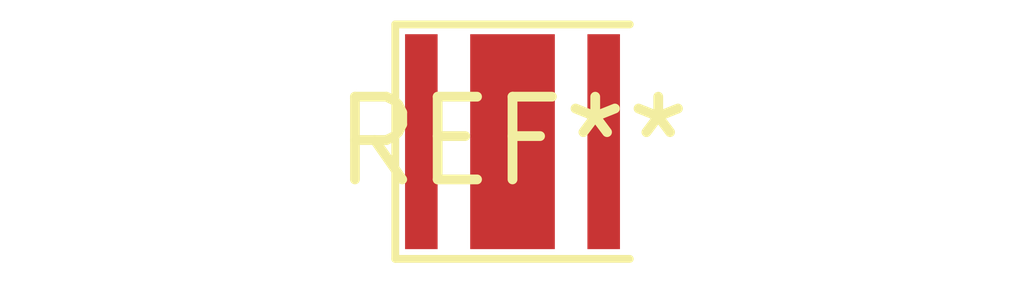
<source format=kicad_pcb>
(kicad_pcb (version 20240108) (generator pcbnew)
  (layers (0 "F.Cu" signal) (31 "B.Cu" signal) (34 "B.Paste" user) (35 "F.Paste" user) (36 "B.SilkS" user "B.Silkscreen") (37 "F.SilkS" user "F.Silkscreen") (38 "B.Mask" user) (39 "F.Mask" user) (44 "Edge.Cuts" user))
  (net 0 "")
  (footprint "LED_Cree-XP-G" (layer "F.Cu") (at 0 0)
    (property "Reference" "REF**")
    (property "Value" "LED_Cree-XP-G")
    (fp_line (start -1.8 -1.8) (end 1.8 -1.8) (layer "F.SilkS") (stroke (width 0.12)))
    (fp_line (start -1.8 1.8) (end -1.8 -1.8) (layer "F.SilkS") (stroke (width 0.12)))
    (fp_line (start 1.8 1.8) (end -1.8 1.8) (layer "F.SilkS") (stroke (width 0.12)))
    (pad "1" smd rect (at -1.4 0) (size 0.5 3.3) (layers "F.Cu" "F.Paste" "F.Mask"))
    (pad "2" smd rect (at 1.4 0) (size 0.5 3.3) (layers "F.Cu" "F.Paste" "F.Mask"))
    (pad "3" smd rect (at 0 0) (size 1.3 3.3) (layers "F.Cu" "F.Mask"))
  )
)
</source>
